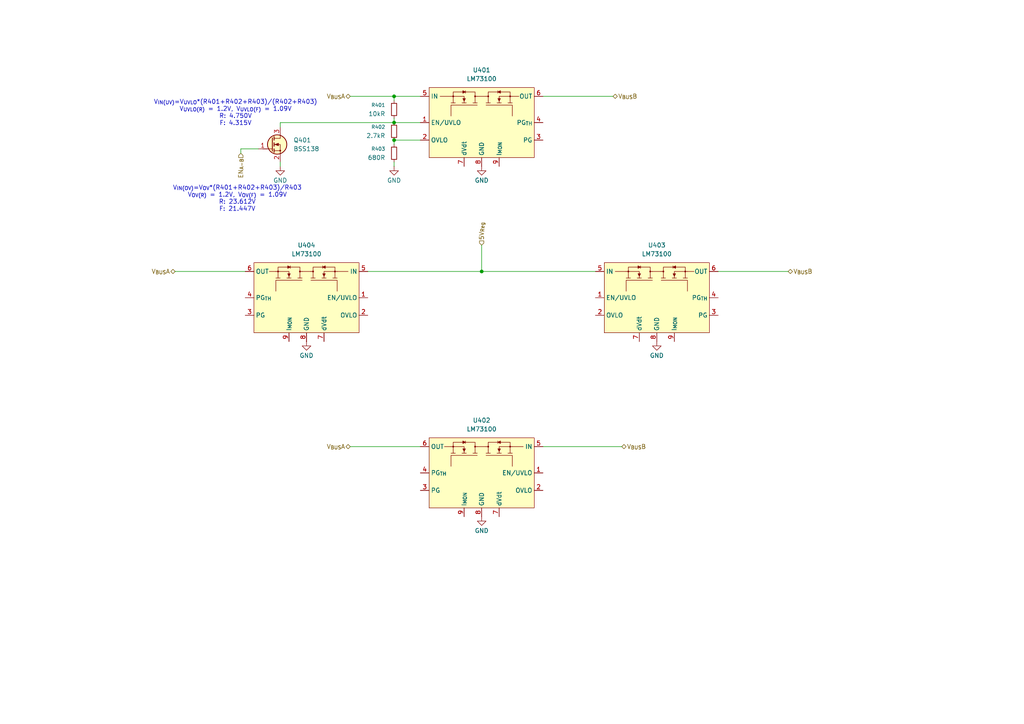
<source format=kicad_sch>
(kicad_sch (version 20250114) (generator "eeschema") (generator_version "9.0")
  (paper "A4")
  (lib_symbols
    (symbol "Device:R_Small" (pin_numbers (hide yes)) (pin_names (offset 0.254) (hide yes))
      (property "Reference" "R" (at 0 0 90))
      (property "Value" "R_Small" (at 1.778 0 90))
      (symbol "R_Small_0_1"
        (rectangle (start -0.762 1.778) (end 0.762 -1.778) (stroke (width 0.2032)))
      )
      (symbol "R_Small_1_1"
        (pin passive line (at 0 2.54 270) (length 0.762) (name "~") (number "1"))
        (pin passive line (at 0 -2.54 90) (length 0.762) (name "~") (number "2"))
      )
    )
    (symbol "Seppl_Power_Switch:LM73100"
      (property "Reference" "U" (at 0 13.716 0))
      (property "Value" "LM73100" (at 0 11.684 0))
      (symbol "LM73100_0_0"
        (pin power_in line (at -17.78 7.62 0) (length 2.54) (name "IN") (number "5"))
        (pin input line (at -17.78 0 0) (length 2.54) (name "EN/UVLO") (number "1"))
        (pin input line (at -17.78 -5.08 0) (length 2.54) (name "OVLO") (number "2"))
        (pin power_in line (at 0 -12.7 90) (length 2.54) (name "GND") (number "8"))
        (pin output line (at 5.08 -12.7 90) (length 2.54) (name "I_{MON}") (number "9"))
        (pin no_connect line (at 7.62 -12.7 90) (length 2.54) (hide yes) (name "DNC") (number "10"))
        (pin power_out line (at 17.78 7.62 180) (length 2.54) (name "OUT") (number "6"))
        (pin input line (at 17.78 0 180) (length 2.54) (name "PG_{TH}") (number "4"))
        (pin output line (at 17.78 -5.08 180) (length 2.54) (name "PG") (number "3"))
      )
      (symbol "LM73100_0_1"
        (rectangle (start -15.24 10.16) (end 15.24 -10.16) (fill (type background)))
        (polyline (pts (xy -8.89 7.62) (xy -12.065 7.62)))
        (polyline (pts (xy -8.89 5.715) (xy -7.62 5.715)))
        (circle (center -8.255 7.62) (radius 0.1796) (fill (type outline)))
        (polyline (pts (xy -8.255 7.62) (xy -8.89 7.62)))
        (polyline (pts (xy -8.255 5.715) (xy -8.255 8.89) (xy -1.905 8.89) (xy -1.905 5.715)))
        (polyline (pts (xy -5.715 5.715) (xy -4.445 5.715)))
        (polyline (pts (xy -5.08 6.223) (xy -4.699 6.985) (xy -5.461 6.985) (xy -5.08 6.223)) (fill (type outline)))
        (polyline (pts (xy -5.08 5.715) (xy -5.08 7.62) (xy -8.255 7.62)))
        (polyline (pts (xy -4.699 9.271) (xy -4.699 8.509)))
        (polyline (pts (xy -4.699 8.89) (xy -5.461 9.271) (xy -5.461 8.509) (xy -4.699 8.89)) (fill (type outline)))
        (circle (center -1.905 7.62) (radius 0.1796) (fill (type outline)))
        (polyline (pts (xy -1.905 7.62) (xy -1.27 7.62)))
        (polyline (pts (xy -1.27 7.62) (xy 1.27 7.62)))
        (polyline (pts (xy -1.27 5.715) (xy -2.54 5.715)))
        (polyline (pts (xy -1.27 5.08) (xy -8.89 5.08) (xy -8.89 1.905)))
        (polyline (pts (xy 1.27 5.715) (xy 2.54 5.715)))
        (polyline (pts (xy 1.27 5.08) (xy 8.89 5.08) (xy 8.89 1.905)))
        (polyline (pts (xy 1.905 7.62) (xy 1.27 7.62)))
        (circle (center 1.905 7.62) (radius 0.1796) (fill (type outline)))
        (polyline (pts (xy 4.699 9.271) (xy 4.699 8.509)))
        (polyline (pts (xy 4.699 8.89) (xy 5.461 9.271) (xy 5.461 8.509) (xy 4.699 8.89)) (fill (type outline)))
        (polyline (pts (xy 5.08 6.223) (xy 4.699 6.985) (xy 5.461 6.985) (xy 5.08 6.223)) (fill (type outline)))
        (polyline (pts (xy 5.08 5.715) (xy 5.08 7.62) (xy 8.255 7.62)))
        (polyline (pts (xy 5.715 5.715) (xy 4.445 5.715)))
        (polyline (pts (xy 8.255 7.62) (xy 8.89 7.62)))
        (circle (center 8.255 7.62) (radius 0.1796) (fill (type outline)))
        (polyline (pts (xy 8.255 5.715) (xy 8.255 8.89) (xy 1.905 8.89) (xy 1.905 5.715)))
        (polyline (pts (xy 8.89 7.62) (xy 10.795 7.62)))
        (polyline (pts (xy 8.89 5.715) (xy 7.62 5.715)))
      )
      (symbol "LM73100_1_0"
        (pin output line (at -5.08 -12.7 90) (length 2.54) (name "dVdt") (number "7"))
      )
    )
    (symbol "Transistor_MOSFET_AKL:BSS138" (pin_names (hide yes))
      (property "Reference" "Q" (at 5.08 1.27 0))
      (property "Value" "BSS138" (at 5.08 -1.27 0))
      (symbol "BSS138_0_1"
        (polyline (pts (xy 0.254 1.905) (xy 0.254 -1.905)) (stroke (width 0.254)))
        (polyline (pts (xy 0.254 -1.27) (xy -2.54 -1.27)))
        (polyline (pts (xy 0.762 2.286) (xy 0.762 1.27)) (stroke (width 0.254)))
        (polyline (pts (xy 0.762 0.508) (xy 0.762 -0.508)) (stroke (width 0.254)))
        (polyline (pts (xy 0.762 -1.27) (xy 0.762 -2.286)) (stroke (width 0.254)))
        (polyline (pts (xy 0.762 -1.778) (xy 2.54 -1.778)))
        (polyline (pts (xy 1.016 0) (xy 2.032 0.381) (xy 2.032 -0.381) (xy 1.016 0)) (fill (type outline)))
        (circle (center 1.651 0) (radius 2.794) (stroke (width 0.254)) (fill (type background)))
        (polyline (pts (xy 2.54 2.54) (xy 2.54 1.778)))
        (polyline (pts (xy 2.54 1.778) (xy 0.762 1.778)))
        (circle (center 2.54 -1.778) (radius 0.1778) (fill (type outline)))
        (polyline (pts (xy 2.54 -2.54) (xy 2.54 0) (xy 0.762 0)))
      )
      (symbol "BSS138_1_1"
        (pin input line (at -3.81 -1.27 0) (length 2.54) (name "G") (number "1"))
        (pin passive line (at 2.54 5.08 270) (length 2.54) (name "D") (number "3"))
        (pin passive line (at 2.54 -5.08 90) (length 2.54) (name "S") (number "2"))
      )
    )
    (symbol "power:GND" (power) (pin_numbers (hide yes)) (pin_names (offset 0) (hide yes))
      (property "Value" "GND" (at 0 -3.81 0))
      (symbol "GND_0_1"
        (polyline (pts (xy 0 0) (xy 0 -1.27) (xy 1.27 -1.27) (xy 0 -2.54) (xy -1.27 -1.27) (xy 0 -1.27)))
      )
      (symbol "GND_1_1"
        (pin power_in line (at 0 0 270) (length 0) (name "~") (number "1"))
      )
    )
  )
  (text "V_{IN(OV)}=V_{OV}*(R401+R402+R403)/R403\nV_{OV(R)} = 1.2V, V_{OV(F)} = 1.09V\nR: 23.612V\nF: 21.447V" (at 68.834 57.658 0) (effects (font (size 1.27 1.27))))
  (text "V_{IN(UV)}=V_{UVLO}*(R401+R402+R403)/(R402+R403)\nV_{UVLO(R)} = 1.2V, V_{UVLO(F)} = 1.09V\nR: 4.750V\nF: 4.315V" (at 68.326 32.766 0) (effects (font (size 1.27 1.27))))
  (junction (at 114.3 35.56))
  (junction (at 114.3 40.64))
  (junction (at 114.3 27.94))
  (junction (at 139.7 78.74))
  (wire (pts (xy 114.3 35.56) (xy 121.92 35.56)))
  (wire (pts (xy 114.3 27.94) (xy 114.3 29.21)))
  (wire (pts (xy 81.28 48.26) (xy 81.28 46.99)))
  (wire (pts (xy 139.7 78.74) (xy 172.72 78.74)))
  (wire (pts (xy 114.3 27.94) (xy 121.92 27.94)))
  (wire (pts (xy 180.34 129.54) (xy 157.48 129.54)))
  (wire (pts (xy 114.3 40.64) (xy 121.92 40.64)))
  (wire (pts (xy 228.6 78.74) (xy 208.28 78.74)))
  (wire (pts (xy 177.8 27.94) (xy 157.48 27.94)))
  (wire (pts (xy 81.28 35.56) (xy 114.3 35.56)))
  (wire (pts (xy 101.6 27.94) (xy 114.3 27.94)))
  (wire (pts (xy 69.85 43.18) (xy 74.93 43.18)))
  (wire (pts (xy 69.85 44.45) (xy 69.85 43.18)))
  (wire (pts (xy 139.7 71.12) (xy 139.7 78.74)))
  (wire (pts (xy 50.8 78.74) (xy 71.12 78.74)))
  (wire (pts (xy 106.68 78.74) (xy 139.7 78.74)))
  (wire (pts (xy 114.3 40.64) (xy 114.3 41.91)))
  (wire (pts (xy 81.28 36.83) (xy 81.28 35.56)))
  (wire (pts (xy 101.6 129.54) (xy 121.92 129.54)))
  (wire (pts (xy 114.3 34.29) (xy 114.3 35.56)))
  (wire (pts (xy 114.3 46.99) (xy 114.3 48.26)))
  (hierarchical_label "V_{BUS}A" (shape bidirectional) (at 101.6 27.94 180))
  (hierarchical_label "5V_{Reg}" (shape input) (at 139.7 71.12 90))
  (hierarchical_label "V_{BUS}B" (shape bidirectional) (at 177.8 27.94 0))
  (hierarchical_label "V_{BUS}A" (shape bidirectional) (at 101.6 129.54 180))
  (hierarchical_label "V_{BUS}A" (shape bidirectional) (at 50.8 78.74 180))
  (hierarchical_label "V_{BUS}B" (shape bidirectional) (at 180.34 129.54 0))
  (hierarchical_label "V_{BUS}B" (shape bidirectional) (at 228.6 78.74 0))
  (hierarchical_label "EN_{A-B}" (shape input) (at 69.85 44.45 270))
  (symbol (lib_id "power:GND") (at 81.28 48.26 0) (unit 1)
    (property "Reference" "#PWR0405" (effects (hide yes)))
    (property "Value" "GND" (at 81.28 52.324 0))
    (property "Description" "Power symbol creates a global label with name \"GND\" , ground" (effects (hide yes)))
  )
  (symbol (lib_id "power:GND") (at 114.3 48.26 0) (unit 1)
    (property "Reference" "#PWR0406" (effects (hide yes)))
    (property "Value" "GND" (at 114.3 52.324 0))
    (property "Description" "Power symbol creates a global label with name \"GND\" , ground" (effects (hide yes)))
  )
  (symbol (lib_id "Seppl_Power_Switch:LM73100") (at 190.5 86.36 0) (unit 1)
    (property "Reference" "U403" (at 190.5 71.12 0))
    (property "Value" "LM73100" (at 190.5 73.66 0))
    (property "Footprint" "Seppl_Package_DFN_QFN:Texas_VQFN-HR-10_2x2mm_RPW0010A" (effects (hide yes)))
    (property "Datasheet" "https://www.ti.com/lit/ds/symlink/lm7310.pdf" (effects (hide yes)))
    (property "Description" "Power Switch/5.5 A Integrated Ideal Diode with Input Reverse Polarity and Overvoltage Protection" (effects (hide yes)))
  )
  (symbol (lib_id "Device:R_Small") (at 114.3 31.75 0) (unit 1)
    (property "Reference" "R401" (at 111.76 30.4799 0) (effects (font (size 1.016 1.016)) (justify right)))
    (property "Value" "10kR" (at 111.76 33.0199 0) (effects (justify right)))
    (property "Description" "Resistor, small symbol" (effects (hide yes)))
  )
  (symbol (lib_id "power:GND") (at 88.9 99.06 0) (mirror y) (unit 1)
    (property "Reference" "#PWR0404" (effects (hide yes)))
    (property "Value" "GND" (at 88.9 103.124 0))
    (property "Description" "Power symbol creates a global label with name \"GND\" , ground" (effects (hide yes)))
  )
  (symbol (lib_id "Device:R_Small") (at 114.3 38.1 0) (unit 1)
    (property "Reference" "R402" (at 111.76 36.8299 0) (effects (font (size 1.016 1.016)) (justify right)))
    (property "Value" "2.7kR" (at 111.76 39.3699 0) (effects (justify right)))
    (property "Description" "Resistor, small symbol" (effects (hide yes)))
  )
  (symbol (lib_id "Transistor_MOSFET_AKL:BSS138") (at 78.74 41.91 0) (unit 1)
    (property "Reference" "Q401" (at 85.09 40.6399 0) (effects (justify left)))
    (property "Value" "BSS138" (at 85.09 43.1799 0) (effects (justify left)))
    (property "Footprint" "Package_TO_SOT_SMD_AKL:SOT-23" (effects (hide yes)))
    (property "Datasheet" "https://www.tme.eu/Document/2b32cdd3c66afedbcd628e73d93ae817/BSS138-7-F.pdf" (effects (hide yes)))
    (property "Description" "SOT-23 N-MOSFET enchancement mode transistor, 50V, 200mA, 300mW, Alternate KiCAD Library" (effects (hide yes)))
  )
  (symbol (lib_id "power:GND") (at 139.7 48.26 0) (unit 1)
    (property "Reference" "#PWR0401" (effects (hide yes)))
    (property "Value" "GND" (at 139.7 52.324 0))
    (property "Description" "Power symbol creates a global label with name \"GND\" , ground" (effects (hide yes)))
  )
  (symbol (lib_id "Seppl_Power_Switch:LM73100") (at 139.7 35.56 0) (unit 1)
    (property "Reference" "U401" (at 139.7 20.32 0))
    (property "Value" "LM73100" (at 139.7 22.86 0))
    (property "Footprint" "Seppl_Package_DFN_QFN:Texas_VQFN-HR-10_2x2mm_RPW0010A" (effects (hide yes)))
    (property "Datasheet" "https://www.ti.com/lit/ds/symlink/lm7310.pdf" (effects (hide yes)))
    (property "Description" "Power Switch/5.5 A Integrated Ideal Diode with Input Reverse Polarity and Overvoltage Protection" (effects (hide yes)))
  )
  (symbol (lib_id "Device:R_Small") (at 114.3 44.45 0) (unit 1)
    (property "Reference" "R403" (at 111.76 43.1799 0) (effects (font (size 1.016 1.016)) (justify right)))
    (property "Value" "680R" (at 111.76 45.7199 0) (effects (justify right)))
    (property "Description" "Resistor, small symbol" (effects (hide yes)))
  )
  (symbol (lib_id "power:GND") (at 190.5 99.06 0) (unit 1)
    (property "Reference" "#PWR0402" (effects (hide yes)))
    (property "Value" "GND" (at 190.5 103.124 0))
    (property "Description" "Power symbol creates a global label with name \"GND\" , ground" (effects (hide yes)))
  )
  (symbol (lib_id "Seppl_Power_Switch:LM73100") (at 139.7 137.16 0) (mirror y) (unit 1)
    (property "Reference" "U402" (at 139.7 121.92 0))
    (property "Value" "LM73100" (at 139.7 124.46 0))
    (property "Footprint" "Seppl_Package_DFN_QFN:Texas_VQFN-HR-10_2x2mm_RPW0010A" (effects (hide yes)))
    (property "Datasheet" "https://www.ti.com/lit/ds/symlink/lm7310.pdf" (effects (hide yes)))
    (property "Description" "Power Switch/5.5 A Integrated Ideal Diode with Input Reverse Polarity and Overvoltage Protection" (effects (hide yes)))
  )
  (symbol (lib_id "Seppl_Power_Switch:LM73100") (at 88.9 86.36 0) (mirror y) (unit 1)
    (property "Reference" "U404" (at 88.9 71.12 0))
    (property "Value" "LM73100" (at 88.9 73.66 0))
    (property "Footprint" "Seppl_Package_DFN_QFN:Texas_VQFN-HR-10_2x2mm_RPW0010A" (effects (hide yes)))
    (property "Datasheet" "https://www.ti.com/lit/ds/symlink/lm7310.pdf" (effects (hide yes)))
    (property "Description" "Power Switch/5.5 A Integrated Ideal Diode with Input Reverse Polarity and Overvoltage Protection" (effects (hide yes)))
  )
  (symbol (lib_id "power:GND") (at 139.7 149.86 0) (mirror y) (unit 1)
    (property "Reference" "#PWR0403" (effects (hide yes)))
    (property "Value" "GND" (at 139.7 153.924 0))
    (property "Description" "Power symbol creates a global label with name \"GND\" , ground" (effects (hide yes)))
  )
)
</source>
